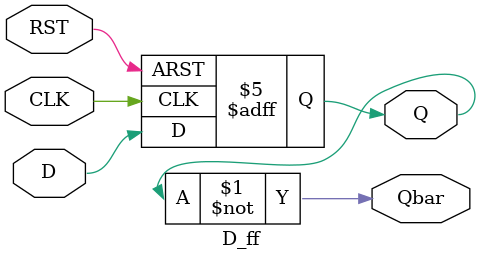
<source format=v>
`timescale 1ns / 1ps

module Johnson_Counter(clk,rst,out);
   input rst,clk;
	output [3:0]out;
	
	wire outbar[0:3];
	
	
	
	D_ff d1(outbar[0],clk,rst,out[3],outbar[3]);
	D_ff d2(~outbar[3],clk,rst,out[2],outbar[2]);
	D_ff d3(~outbar[2],clk,rst,out[1],outbar[1]);
	D_ff d4(~outbar[1],clk,rst,out[0],outbar[0]);
	
endmodule

module D_ff(D,CLK,RST,Q,Qbar);

  input D,CLK,RST;
  output reg Q;
  output Qbar;
  
  initial begin
     Q<=1'b0;
	end
  assign Qbar=~Q;
  
  always @(posedge CLK or posedge RST)
    begin 
	   if(RST==1)
		  Q <= 1'b0;
		else
		  Q <= D;
	 end
endmodule

</source>
